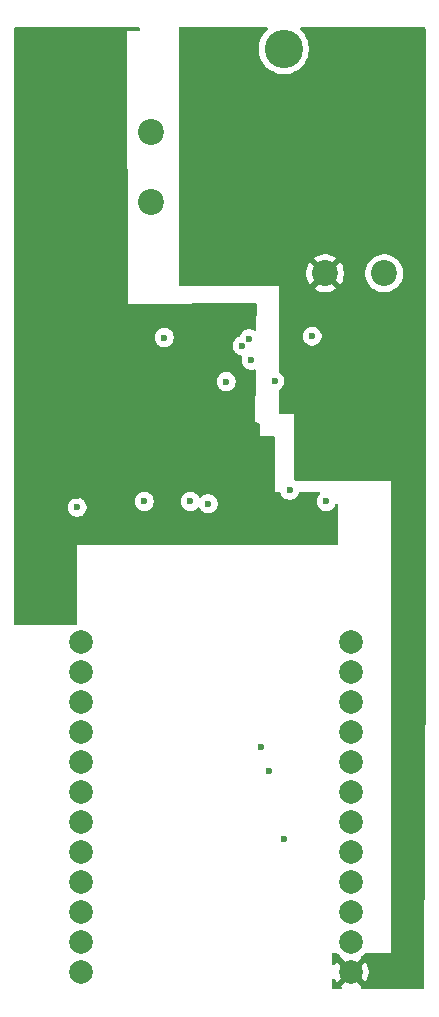
<source format=gbr>
%TF.GenerationSoftware,KiCad,Pcbnew,9.0.4*%
%TF.CreationDate,2025-08-31T21:44:58-07:00*%
%TF.ProjectId,motion-play-v4,6d6f7469-6f6e-42d7-906c-61792d76342e,rev?*%
%TF.SameCoordinates,Original*%
%TF.FileFunction,Copper,L3,Inr*%
%TF.FilePolarity,Positive*%
%FSLAX46Y46*%
G04 Gerber Fmt 4.6, Leading zero omitted, Abs format (unit mm)*
G04 Created by KiCad (PCBNEW 9.0.4) date 2025-08-31 21:44:58*
%MOMM*%
%LPD*%
G01*
G04 APERTURE LIST*
%TA.AperFunction,ComponentPad*%
%ADD10C,2.000000*%
%TD*%
%TA.AperFunction,WasherPad*%
%ADD11C,3.250000*%
%TD*%
%TA.AperFunction,ComponentPad*%
%ADD12C,2.200000*%
%TD*%
%TA.AperFunction,ViaPad*%
%ADD13C,0.600000*%
%TD*%
G04 APERTURE END LIST*
D10*
%TO.N,Net-(3V2-Pad1)*%
%TO.C,U2*%
X164700000Y-112100000D03*
%TO.N,Net-(U2-1)*%
X164700000Y-114640000D03*
%TO.N,Net-(J3-Pin_2)*%
X164700000Y-117180000D03*
%TO.N,Net-(U2-3)*%
X164700000Y-119720000D03*
%TO.N,Net-(U2-10)*%
X164700000Y-122260000D03*
%TO.N,Net-(J4-Pin_3)*%
X164700000Y-124800000D03*
%TO.N,Net-(J6-Pin_3)*%
X164700000Y-127340000D03*
%TO.N,Net-(J8-Pin_3)*%
X164700000Y-129880000D03*
%TO.N,unconnected-(U2-NC-Pad9)*%
X164700000Y-132420000D03*
%TO.N,unconnected-(U2-NC-Pad10)*%
X164700000Y-134960000D03*
%TO.N,/GND*%
X164700000Y-137500000D03*
%TO.N,/+5V*%
X164700000Y-140040000D03*
%TO.N,/GND*%
X141838136Y-112100000D03*
X141838136Y-114640000D03*
%TO.N,/SDA*%
X141838136Y-117180000D03*
%TO.N,/SCL*%
X141838136Y-119720000D03*
%TO.N,Net-(U2-18)*%
X141838136Y-122260000D03*
%TO.N,Net-(U2-17)*%
X141838136Y-124800000D03*
%TO.N,Net-(U2-21)*%
X141838136Y-127340000D03*
%TO.N,Net-(U2-16)*%
X141838136Y-129880000D03*
%TO.N,unconnected-(U2-NC-Pad21)*%
X141838136Y-132420000D03*
%TO.N,/GND*%
X141838136Y-134960000D03*
X141838136Y-137500000D03*
%TO.N,Net-(3V1-Pad1)*%
X141838136Y-140040000D03*
%TD*%
D11*
%TO.N,*%
%TO.C,J2*%
X158997500Y-61887500D03*
D12*
%TO.N,/GND*%
X167497500Y-80887500D03*
%TO.N,/+5V*%
X162497500Y-80887500D03*
%TO.N,N/C*%
X147747500Y-74887500D03*
X147747500Y-68887500D03*
%TD*%
D13*
%TO.N,/+3.3V*%
X144800000Y-83600000D03*
X146750000Y-102000000D03*
X156100000Y-93300000D03*
X144600000Y-90000000D03*
X156075000Y-89922500D03*
X144800000Y-95900000D03*
X144700000Y-71800000D03*
X144800000Y-65700000D03*
X144800000Y-77700000D03*
X141500000Y-99700000D03*
%TO.N,/GND*%
X147197500Y-100200000D03*
X154125001Y-90049173D03*
X152597500Y-100400000D03*
X151097500Y-100200000D03*
X148875000Y-86322500D03*
X161400000Y-86200000D03*
X159500000Y-99250000D03*
X156075000Y-86422500D03*
X155475000Y-87022500D03*
X162597500Y-100200000D03*
X141500000Y-100700000D03*
%TO.N,/+5V*%
X161397500Y-90200000D03*
X160497500Y-94900000D03*
%TO.N,Net-(J4-Pin_3)*%
X157100000Y-121000000D03*
%TO.N,Net-(J6-Pin_3)*%
X157750000Y-123000000D03*
%TO.N,Net-(J8-Pin_3)*%
X159000000Y-128750000D03*
%TO.N,Net-(U2-10)*%
X156250000Y-88250000D03*
X158250000Y-90000000D03*
%TD*%
%TA.AperFunction,Conductor*%
%TO.N,/+5V*%
G36*
X164234075Y-140232993D02*
G01*
X164299901Y-140347007D01*
X164392993Y-140440099D01*
X164507007Y-140505925D01*
X164570590Y-140522962D01*
X163830893Y-141262658D01*
X163848819Y-141275682D01*
X163891484Y-141331012D01*
X163897463Y-141400626D01*
X163864857Y-141462421D01*
X163804018Y-141496778D01*
X163775933Y-141500000D01*
X163224000Y-141500000D01*
X163156961Y-141480315D01*
X163111206Y-141427511D01*
X163100000Y-141376000D01*
X163100000Y-140720353D01*
X163119685Y-140653314D01*
X163172489Y-140607559D01*
X163241647Y-140597615D01*
X163305203Y-140626640D01*
X163334485Y-140664058D01*
X163417087Y-140826175D01*
X163477338Y-140909104D01*
X163477340Y-140909105D01*
X164217037Y-140169408D01*
X164234075Y-140232993D01*
G37*
%TD.AperFunction*%
%TA.AperFunction,Conductor*%
G36*
X157601755Y-60070185D02*
G01*
X157647510Y-60122989D01*
X157657454Y-60192147D01*
X157628429Y-60255703D01*
X157610201Y-60272877D01*
X157593051Y-60286035D01*
X157396039Y-60483047D01*
X157396033Y-60483054D01*
X157226425Y-60704093D01*
X157226414Y-60704109D01*
X157087109Y-60945390D01*
X157087104Y-60945401D01*
X156980484Y-61202804D01*
X156980481Y-61202814D01*
X156908369Y-61471943D01*
X156908366Y-61471956D01*
X156872001Y-61748177D01*
X156872000Y-61748193D01*
X156872000Y-62026806D01*
X156872001Y-62026822D01*
X156908366Y-62303043D01*
X156908367Y-62303048D01*
X156908368Y-62303054D01*
X156908369Y-62303056D01*
X156980481Y-62572185D01*
X156980484Y-62572195D01*
X157087104Y-62829598D01*
X157087109Y-62829609D01*
X157226414Y-63070890D01*
X157226425Y-63070906D01*
X157396033Y-63291945D01*
X157396039Y-63291952D01*
X157593047Y-63488960D01*
X157593053Y-63488965D01*
X157814102Y-63658581D01*
X157814109Y-63658585D01*
X158055390Y-63797890D01*
X158055395Y-63797892D01*
X158055398Y-63797894D01*
X158312814Y-63904519D01*
X158581946Y-63976632D01*
X158858187Y-64013000D01*
X158858194Y-64013000D01*
X159136806Y-64013000D01*
X159136813Y-64013000D01*
X159413054Y-63976632D01*
X159682186Y-63904519D01*
X159939602Y-63797894D01*
X160180898Y-63658581D01*
X160401947Y-63488965D01*
X160598965Y-63291947D01*
X160768581Y-63070898D01*
X160907894Y-62829602D01*
X161014519Y-62572186D01*
X161086632Y-62303054D01*
X161123000Y-62026813D01*
X161123000Y-61748187D01*
X161086632Y-61471946D01*
X161014519Y-61202814D01*
X160907894Y-60945398D01*
X160907892Y-60945395D01*
X160907890Y-60945390D01*
X160768585Y-60704109D01*
X160768581Y-60704102D01*
X160598965Y-60483053D01*
X160598960Y-60483047D01*
X160401948Y-60286035D01*
X160384799Y-60272877D01*
X160343595Y-60216450D01*
X160339440Y-60146704D01*
X160373651Y-60085783D01*
X160435368Y-60053029D01*
X160460284Y-60050500D01*
X170888000Y-60050500D01*
X170955039Y-60070185D01*
X171000794Y-60122989D01*
X171012000Y-60174500D01*
X171012000Y-111745131D01*
X171011999Y-111745598D01*
X170900465Y-141376467D01*
X170880528Y-141443432D01*
X170827553Y-141488987D01*
X170776466Y-141500000D01*
X165624066Y-141500000D01*
X165557027Y-141480315D01*
X165511272Y-141427511D01*
X165501328Y-141358353D01*
X165530353Y-141294797D01*
X165551180Y-141275682D01*
X165569104Y-141262658D01*
X165569105Y-141262658D01*
X164829408Y-140522962D01*
X164892993Y-140505925D01*
X165007007Y-140440099D01*
X165100099Y-140347007D01*
X165165925Y-140232993D01*
X165182962Y-140169408D01*
X165922658Y-140909105D01*
X165922658Y-140909104D01*
X165982914Y-140826169D01*
X165982918Y-140826163D01*
X166090102Y-140615802D01*
X166163065Y-140391247D01*
X166200000Y-140158052D01*
X166200000Y-139921947D01*
X166163065Y-139688752D01*
X166090102Y-139464197D01*
X165982914Y-139253828D01*
X165922658Y-139170894D01*
X165922658Y-139170893D01*
X165182962Y-139910590D01*
X165165925Y-139847007D01*
X165100099Y-139732993D01*
X165007007Y-139639901D01*
X164892993Y-139574075D01*
X164829409Y-139557037D01*
X165569105Y-138817340D01*
X165567551Y-138797594D01*
X165581915Y-138729216D01*
X165618284Y-138687547D01*
X165677510Y-138644517D01*
X165844517Y-138477510D01*
X165859447Y-138456961D01*
X165863695Y-138451115D01*
X165919025Y-138408449D01*
X165964013Y-138400000D01*
X168100000Y-138400000D01*
X168100000Y-98500000D01*
X160024000Y-98500000D01*
X159956961Y-98480315D01*
X159911206Y-98427511D01*
X159900000Y-98376000D01*
X159900000Y-92800000D01*
X158724000Y-92800000D01*
X158656961Y-92780315D01*
X158611206Y-92727511D01*
X158600000Y-92676000D01*
X158600000Y-90795170D01*
X158619685Y-90728131D01*
X158655110Y-90692068D01*
X158720477Y-90648390D01*
X158760289Y-90621789D01*
X158871789Y-90510289D01*
X158959394Y-90379179D01*
X159019737Y-90233497D01*
X159050500Y-90078842D01*
X159050500Y-89921158D01*
X159050500Y-89921155D01*
X159050499Y-89921153D01*
X159019738Y-89766510D01*
X159019737Y-89766503D01*
X158979762Y-89669994D01*
X158959397Y-89620827D01*
X158959390Y-89620814D01*
X158871789Y-89489711D01*
X158871786Y-89489707D01*
X158760292Y-89378213D01*
X158760284Y-89378207D01*
X158655110Y-89307932D01*
X158610304Y-89254320D01*
X158600000Y-89204830D01*
X158600000Y-86121153D01*
X160599500Y-86121153D01*
X160599500Y-86278846D01*
X160630261Y-86433489D01*
X160630264Y-86433501D01*
X160690602Y-86579172D01*
X160690609Y-86579185D01*
X160778210Y-86710288D01*
X160778213Y-86710292D01*
X160889707Y-86821786D01*
X160889711Y-86821789D01*
X161020814Y-86909390D01*
X161020827Y-86909397D01*
X161103542Y-86943658D01*
X161166503Y-86969737D01*
X161321153Y-87000499D01*
X161321156Y-87000500D01*
X161321158Y-87000500D01*
X161478844Y-87000500D01*
X161478845Y-87000499D01*
X161633497Y-86969737D01*
X161779179Y-86909394D01*
X161910289Y-86821789D01*
X162021789Y-86710289D01*
X162109394Y-86579179D01*
X162169737Y-86433497D01*
X162200500Y-86278842D01*
X162200500Y-86121158D01*
X162200500Y-86121155D01*
X162200499Y-86121153D01*
X162169738Y-85966510D01*
X162169737Y-85966503D01*
X162147249Y-85912211D01*
X162109397Y-85820827D01*
X162109390Y-85820814D01*
X162021789Y-85689711D01*
X162021786Y-85689707D01*
X161910292Y-85578213D01*
X161910288Y-85578210D01*
X161779185Y-85490609D01*
X161779172Y-85490602D01*
X161633501Y-85430264D01*
X161633489Y-85430261D01*
X161478845Y-85399500D01*
X161478842Y-85399500D01*
X161321158Y-85399500D01*
X161321155Y-85399500D01*
X161166510Y-85430261D01*
X161166498Y-85430264D01*
X161020827Y-85490602D01*
X161020814Y-85490609D01*
X160889711Y-85578210D01*
X160889707Y-85578213D01*
X160778213Y-85689707D01*
X160778210Y-85689711D01*
X160690609Y-85820814D01*
X160690602Y-85820827D01*
X160630264Y-85966498D01*
X160630261Y-85966510D01*
X160599500Y-86121153D01*
X158600000Y-86121153D01*
X158600000Y-82000000D01*
X150224000Y-82000000D01*
X150156961Y-81980315D01*
X150111206Y-81927511D01*
X150100000Y-81876000D01*
X150100000Y-80761571D01*
X160897500Y-80761571D01*
X160897500Y-81013428D01*
X160936897Y-81262169D01*
X161014719Y-81501684D01*
X161129057Y-81726083D01*
X161203248Y-81828197D01*
X161203248Y-81828198D01*
X161932887Y-81098559D01*
X161938389Y-81119091D01*
X162017381Y-81255908D01*
X162129092Y-81367619D01*
X162265909Y-81446611D01*
X162286440Y-81452112D01*
X161556800Y-82181750D01*
X161658916Y-82255942D01*
X161883315Y-82370280D01*
X162122830Y-82448102D01*
X162371572Y-82487500D01*
X162623428Y-82487500D01*
X162872169Y-82448102D01*
X163111684Y-82370280D01*
X163336075Y-82255946D01*
X163336081Y-82255942D01*
X163438197Y-82181750D01*
X163438198Y-82181750D01*
X162708559Y-81452112D01*
X162729091Y-81446611D01*
X162865908Y-81367619D01*
X162977619Y-81255908D01*
X163056611Y-81119091D01*
X163062112Y-81098560D01*
X163791750Y-81828198D01*
X163791750Y-81828197D01*
X163865942Y-81726081D01*
X163865946Y-81726075D01*
X163980280Y-81501684D01*
X164058102Y-81262169D01*
X164097500Y-81013428D01*
X164097500Y-80761571D01*
X164097495Y-80761538D01*
X165897000Y-80761538D01*
X165897000Y-81013461D01*
X165936410Y-81262285D01*
X166014260Y-81501883D01*
X166092913Y-81656247D01*
X166128495Y-81726081D01*
X166128632Y-81726348D01*
X166276701Y-81930149D01*
X166276705Y-81930154D01*
X166454845Y-82108294D01*
X166454850Y-82108298D01*
X166555949Y-82181750D01*
X166658655Y-82256370D01*
X166801684Y-82329247D01*
X166883116Y-82370739D01*
X166883118Y-82370739D01*
X166883121Y-82370741D01*
X167122715Y-82448590D01*
X167371538Y-82488000D01*
X167371539Y-82488000D01*
X167623461Y-82488000D01*
X167623462Y-82488000D01*
X167872285Y-82448590D01*
X168111879Y-82370741D01*
X168336345Y-82256370D01*
X168540156Y-82108293D01*
X168718293Y-81930156D01*
X168866370Y-81726345D01*
X168980741Y-81501879D01*
X169058590Y-81262285D01*
X169098000Y-81013462D01*
X169098000Y-80761538D01*
X169058590Y-80512715D01*
X168980741Y-80273121D01*
X168980739Y-80273118D01*
X168980739Y-80273116D01*
X168939247Y-80191684D01*
X168866370Y-80048655D01*
X168792368Y-79946800D01*
X168718298Y-79844850D01*
X168718294Y-79844845D01*
X168540154Y-79666705D01*
X168540149Y-79666701D01*
X168336348Y-79518632D01*
X168336347Y-79518631D01*
X168336345Y-79518630D01*
X168266247Y-79482913D01*
X168111883Y-79404260D01*
X167872285Y-79326410D01*
X167623462Y-79287000D01*
X167371538Y-79287000D01*
X167247126Y-79306705D01*
X167122714Y-79326410D01*
X166883116Y-79404260D01*
X166658651Y-79518632D01*
X166454850Y-79666701D01*
X166454845Y-79666705D01*
X166276705Y-79844845D01*
X166276701Y-79844850D01*
X166128632Y-80048651D01*
X166014260Y-80273116D01*
X165936410Y-80512714D01*
X165897000Y-80761538D01*
X164097495Y-80761538D01*
X164058102Y-80512830D01*
X163980280Y-80273315D01*
X163865942Y-80048916D01*
X163791750Y-79946801D01*
X163791750Y-79946800D01*
X163062112Y-80676439D01*
X163056611Y-80655909D01*
X162977619Y-80519092D01*
X162865908Y-80407381D01*
X162729091Y-80328389D01*
X162708558Y-80322887D01*
X163438198Y-79593248D01*
X163336083Y-79519057D01*
X163111684Y-79404719D01*
X162872169Y-79326897D01*
X162623428Y-79287500D01*
X162371572Y-79287500D01*
X162122830Y-79326897D01*
X161883315Y-79404719D01*
X161658913Y-79519059D01*
X161556801Y-79593247D01*
X161556800Y-79593248D01*
X162286440Y-80322887D01*
X162265909Y-80328389D01*
X162129092Y-80407381D01*
X162017381Y-80519092D01*
X161938389Y-80655909D01*
X161932887Y-80676440D01*
X161203248Y-79946800D01*
X161203247Y-79946801D01*
X161129059Y-80048913D01*
X161014719Y-80273315D01*
X160936897Y-80512830D01*
X160897500Y-80761571D01*
X150100000Y-80761571D01*
X150100000Y-60174500D01*
X150119685Y-60107461D01*
X150172489Y-60061706D01*
X150224000Y-60050500D01*
X157534716Y-60050500D01*
X157601755Y-60070185D01*
G37*
%TD.AperFunction*%
%TA.AperFunction,Conductor*%
G36*
X163503026Y-138419685D02*
G01*
X163536305Y-138451115D01*
X163555477Y-138477503D01*
X163555481Y-138477508D01*
X163555483Y-138477510D01*
X163722490Y-138644517D01*
X163781716Y-138687547D01*
X163824381Y-138742875D01*
X163832448Y-138797593D01*
X163830893Y-138817340D01*
X164570591Y-139557037D01*
X164507007Y-139574075D01*
X164392993Y-139639901D01*
X164299901Y-139732993D01*
X164234075Y-139847007D01*
X164217037Y-139910591D01*
X163477340Y-139170894D01*
X163417084Y-139253830D01*
X163334485Y-139415941D01*
X163286510Y-139466737D01*
X163218689Y-139483532D01*
X163152554Y-139460994D01*
X163109103Y-139406279D01*
X163100000Y-139359646D01*
X163100000Y-138524000D01*
X163102550Y-138515314D01*
X163101262Y-138506353D01*
X163112240Y-138482312D01*
X163119685Y-138456961D01*
X163126525Y-138451033D01*
X163130287Y-138442797D01*
X163152521Y-138428507D01*
X163172489Y-138411206D01*
X163183003Y-138408918D01*
X163189065Y-138405023D01*
X163224000Y-138400000D01*
X163435987Y-138400000D01*
X163503026Y-138419685D01*
G37*
%TD.AperFunction*%
%TD*%
%TA.AperFunction,Conductor*%
%TO.N,/+3.3V*%
G36*
X146743039Y-60070185D02*
G01*
X146788794Y-60122989D01*
X146800000Y-60174500D01*
X146800000Y-60276000D01*
X146780315Y-60343039D01*
X146727511Y-60388794D01*
X146676000Y-60400000D01*
X145700000Y-60400000D01*
X145799999Y-83500000D01*
X145799999Y-83499999D01*
X145800000Y-83500000D01*
X156573617Y-83401159D01*
X156640834Y-83420228D01*
X156687071Y-83472610D01*
X156698748Y-83526382D01*
X156677902Y-85631837D01*
X156657555Y-85698678D01*
X156604300Y-85743908D01*
X156535047Y-85753166D01*
X156485017Y-85733711D01*
X156454184Y-85713109D01*
X156454172Y-85713102D01*
X156308501Y-85652764D01*
X156308489Y-85652761D01*
X156153845Y-85622000D01*
X156153842Y-85622000D01*
X155996158Y-85622000D01*
X155996155Y-85622000D01*
X155841510Y-85652761D01*
X155841498Y-85652764D01*
X155695827Y-85713102D01*
X155695814Y-85713109D01*
X155564711Y-85800710D01*
X155564707Y-85800713D01*
X155453213Y-85912207D01*
X155453210Y-85912211D01*
X155365609Y-86043314D01*
X155365604Y-86043324D01*
X155306243Y-86186635D01*
X155262402Y-86241038D01*
X155239135Y-86253743D01*
X155095824Y-86313104D01*
X155095814Y-86313109D01*
X154964711Y-86400710D01*
X154964707Y-86400713D01*
X154853213Y-86512207D01*
X154853210Y-86512211D01*
X154765609Y-86643314D01*
X154765602Y-86643327D01*
X154705264Y-86788998D01*
X154705261Y-86789010D01*
X154674500Y-86943653D01*
X154674500Y-87101346D01*
X154705261Y-87255989D01*
X154705264Y-87256001D01*
X154765602Y-87401672D01*
X154765609Y-87401685D01*
X154853210Y-87532788D01*
X154853213Y-87532792D01*
X154964707Y-87644286D01*
X154964711Y-87644289D01*
X155095814Y-87731890D01*
X155095827Y-87731897D01*
X155241498Y-87792235D01*
X155241503Y-87792237D01*
X155300039Y-87803880D01*
X155399719Y-87823709D01*
X155461630Y-87856094D01*
X155496205Y-87916810D01*
X155492465Y-87986579D01*
X155490090Y-87992775D01*
X155480265Y-88016494D01*
X155480261Y-88016510D01*
X155449500Y-88171153D01*
X155449500Y-88328846D01*
X155480261Y-88483489D01*
X155480264Y-88483501D01*
X155540602Y-88629172D01*
X155540609Y-88629185D01*
X155628210Y-88760288D01*
X155628213Y-88760292D01*
X155739707Y-88871786D01*
X155739711Y-88871789D01*
X155870814Y-88959390D01*
X155870827Y-88959397D01*
X156016498Y-89019735D01*
X156016503Y-89019737D01*
X156171153Y-89050499D01*
X156171156Y-89050500D01*
X156171158Y-89050500D01*
X156328844Y-89050500D01*
X156328845Y-89050499D01*
X156374831Y-89041352D01*
X156489472Y-89018549D01*
X156489716Y-89019776D01*
X156553035Y-89019205D01*
X156612152Y-89056447D01*
X156641749Y-89119738D01*
X156643170Y-89139721D01*
X156599999Y-93499998D01*
X156600000Y-93499999D01*
X156600000Y-93500000D01*
X156906075Y-93576518D01*
X156966338Y-93611875D01*
X156997920Y-93674199D01*
X157000000Y-93696816D01*
X157000000Y-94700000D01*
X158176000Y-94700000D01*
X158243039Y-94719685D01*
X158288794Y-94772489D01*
X158300000Y-94824000D01*
X158300000Y-99400000D01*
X158612970Y-99400000D01*
X158680009Y-99419685D01*
X158725764Y-99472489D01*
X158727816Y-99477917D01*
X158727932Y-99477870D01*
X158790602Y-99629172D01*
X158790609Y-99629185D01*
X158878210Y-99760288D01*
X158878213Y-99760292D01*
X158989707Y-99871786D01*
X158989711Y-99871789D01*
X159120814Y-99959390D01*
X159120827Y-99959397D01*
X159266498Y-100019735D01*
X159266503Y-100019737D01*
X159421153Y-100050499D01*
X159421156Y-100050500D01*
X159421158Y-100050500D01*
X159578844Y-100050500D01*
X159578845Y-100050499D01*
X159733497Y-100019737D01*
X159846166Y-99973067D01*
X159879172Y-99959397D01*
X159879172Y-99959396D01*
X159879179Y-99959394D01*
X160010289Y-99871789D01*
X160121789Y-99760289D01*
X160209394Y-99629179D01*
X160230505Y-99578213D01*
X160272068Y-99477870D01*
X160274383Y-99478829D01*
X160306665Y-99429567D01*
X160370477Y-99401110D01*
X160387030Y-99400000D01*
X161966059Y-99400000D01*
X162033098Y-99419685D01*
X162078853Y-99472489D01*
X162088797Y-99541647D01*
X162059772Y-99605203D01*
X162053740Y-99611681D01*
X161975713Y-99689707D01*
X161975710Y-99689711D01*
X161888109Y-99820814D01*
X161888102Y-99820827D01*
X161827764Y-99966498D01*
X161827761Y-99966510D01*
X161797000Y-100121153D01*
X161797000Y-100278846D01*
X161827761Y-100433489D01*
X161827764Y-100433501D01*
X161888102Y-100579172D01*
X161888109Y-100579185D01*
X161975710Y-100710288D01*
X161975713Y-100710292D01*
X162087207Y-100821786D01*
X162087211Y-100821789D01*
X162218314Y-100909390D01*
X162218327Y-100909397D01*
X162363998Y-100969735D01*
X162364003Y-100969737D01*
X162518653Y-101000499D01*
X162518656Y-101000500D01*
X162518658Y-101000500D01*
X162676344Y-101000500D01*
X162676345Y-101000499D01*
X162830997Y-100969737D01*
X162976679Y-100909394D01*
X163107789Y-100821789D01*
X163219289Y-100710289D01*
X163306894Y-100579179D01*
X163361439Y-100447495D01*
X163405279Y-100393091D01*
X163471573Y-100371026D01*
X163539273Y-100388305D01*
X163586884Y-100439442D01*
X163600000Y-100494947D01*
X163600000Y-103776000D01*
X163580315Y-103843039D01*
X163527511Y-103888794D01*
X163476000Y-103900000D01*
X141500000Y-103900000D01*
X141500000Y-110542056D01*
X141493037Y-110565767D01*
X141490220Y-110590325D01*
X141483364Y-110598708D01*
X141480315Y-110609095D01*
X141461640Y-110625276D01*
X141445992Y-110644414D01*
X141431110Y-110651730D01*
X141427511Y-110654850D01*
X141414319Y-110659987D01*
X141376153Y-110672387D01*
X141309850Y-110693931D01*
X141271533Y-110700000D01*
X136287000Y-110700000D01*
X136219961Y-110680315D01*
X136174206Y-110627511D01*
X136163000Y-110576000D01*
X136163000Y-100621153D01*
X140699500Y-100621153D01*
X140699500Y-100778846D01*
X140730261Y-100933489D01*
X140730264Y-100933501D01*
X140790602Y-101079172D01*
X140790609Y-101079185D01*
X140878210Y-101210288D01*
X140878213Y-101210292D01*
X140989707Y-101321786D01*
X140989711Y-101321789D01*
X141120814Y-101409390D01*
X141120827Y-101409397D01*
X141266498Y-101469735D01*
X141266503Y-101469737D01*
X141421153Y-101500499D01*
X141421156Y-101500500D01*
X141421158Y-101500500D01*
X141578844Y-101500500D01*
X141578845Y-101500499D01*
X141733497Y-101469737D01*
X141879179Y-101409394D01*
X142010289Y-101321789D01*
X142121789Y-101210289D01*
X142209394Y-101079179D01*
X142269737Y-100933497D01*
X142300500Y-100778842D01*
X142300500Y-100621158D01*
X142300500Y-100621155D01*
X142300499Y-100621153D01*
X142292148Y-100579172D01*
X142269737Y-100466503D01*
X142237347Y-100388305D01*
X142209397Y-100320827D01*
X142209390Y-100320814D01*
X142121790Y-100189712D01*
X142121784Y-100189705D01*
X142053232Y-100121153D01*
X146397000Y-100121153D01*
X146397000Y-100278846D01*
X146427761Y-100433489D01*
X146427764Y-100433501D01*
X146488102Y-100579172D01*
X146488109Y-100579185D01*
X146575710Y-100710288D01*
X146575713Y-100710292D01*
X146687207Y-100821786D01*
X146687211Y-100821789D01*
X146818314Y-100909390D01*
X146818327Y-100909397D01*
X146963998Y-100969735D01*
X146964003Y-100969737D01*
X147118653Y-101000499D01*
X147118656Y-101000500D01*
X147118658Y-101000500D01*
X147276344Y-101000500D01*
X147276345Y-101000499D01*
X147430997Y-100969737D01*
X147576679Y-100909394D01*
X147707789Y-100821789D01*
X147819289Y-100710289D01*
X147906894Y-100579179D01*
X147967237Y-100433497D01*
X147998000Y-100278842D01*
X147998000Y-100121158D01*
X147998000Y-100121155D01*
X147997999Y-100121153D01*
X150297000Y-100121153D01*
X150297000Y-100278846D01*
X150327761Y-100433489D01*
X150327764Y-100433501D01*
X150388102Y-100579172D01*
X150388109Y-100579185D01*
X150475710Y-100710288D01*
X150475713Y-100710292D01*
X150587207Y-100821786D01*
X150587211Y-100821789D01*
X150718314Y-100909390D01*
X150718327Y-100909397D01*
X150863998Y-100969735D01*
X150864003Y-100969737D01*
X151018653Y-101000499D01*
X151018656Y-101000500D01*
X151018658Y-101000500D01*
X151176344Y-101000500D01*
X151176345Y-101000499D01*
X151330997Y-100969737D01*
X151476679Y-100909394D01*
X151607789Y-100821789D01*
X151687260Y-100742317D01*
X151748581Y-100708834D01*
X151818273Y-100713818D01*
X151874207Y-100755689D01*
X151884690Y-100774100D01*
X151885236Y-100773809D01*
X151888109Y-100779185D01*
X151975710Y-100910288D01*
X151975713Y-100910292D01*
X152087207Y-101021786D01*
X152087211Y-101021789D01*
X152218314Y-101109390D01*
X152218327Y-101109397D01*
X152363998Y-101169735D01*
X152364003Y-101169737D01*
X152518653Y-101200499D01*
X152518656Y-101200500D01*
X152518658Y-101200500D01*
X152676344Y-101200500D01*
X152676345Y-101200499D01*
X152830997Y-101169737D01*
X152976679Y-101109394D01*
X153107789Y-101021789D01*
X153219289Y-100910289D01*
X153306894Y-100779179D01*
X153367237Y-100633497D01*
X153398000Y-100478842D01*
X153398000Y-100321158D01*
X153398000Y-100321155D01*
X153397999Y-100321153D01*
X153397932Y-100320814D01*
X153367237Y-100166503D01*
X153348455Y-100121158D01*
X153306897Y-100020827D01*
X153306890Y-100020814D01*
X153219289Y-99889711D01*
X153219286Y-99889707D01*
X153107792Y-99778213D01*
X153107788Y-99778210D01*
X152976685Y-99690609D01*
X152976672Y-99690602D01*
X152831001Y-99630264D01*
X152830989Y-99630261D01*
X152676345Y-99599500D01*
X152676342Y-99599500D01*
X152518658Y-99599500D01*
X152518655Y-99599500D01*
X152364010Y-99630261D01*
X152363998Y-99630264D01*
X152218327Y-99690602D01*
X152218314Y-99690609D01*
X152087211Y-99778210D01*
X152007740Y-99857681D01*
X151946416Y-99891165D01*
X151876725Y-99886181D01*
X151820791Y-99844309D01*
X151810310Y-99825898D01*
X151809764Y-99826191D01*
X151806890Y-99820814D01*
X151719289Y-99689711D01*
X151719286Y-99689707D01*
X151607792Y-99578213D01*
X151607788Y-99578210D01*
X151476685Y-99490609D01*
X151476672Y-99490602D01*
X151331001Y-99430264D01*
X151330989Y-99430261D01*
X151176345Y-99399500D01*
X151176342Y-99399500D01*
X151018658Y-99399500D01*
X151018655Y-99399500D01*
X150864010Y-99430261D01*
X150863998Y-99430264D01*
X150718327Y-99490602D01*
X150718314Y-99490609D01*
X150587211Y-99578210D01*
X150587207Y-99578213D01*
X150475713Y-99689707D01*
X150475710Y-99689711D01*
X150388109Y-99820814D01*
X150388102Y-99820827D01*
X150327764Y-99966498D01*
X150327761Y-99966510D01*
X150297000Y-100121153D01*
X147997999Y-100121153D01*
X147983945Y-100050499D01*
X147967237Y-99966503D01*
X147964291Y-99959390D01*
X147906897Y-99820827D01*
X147906890Y-99820814D01*
X147819289Y-99689711D01*
X147819286Y-99689707D01*
X147707792Y-99578213D01*
X147707788Y-99578210D01*
X147576685Y-99490609D01*
X147576672Y-99490602D01*
X147431001Y-99430264D01*
X147430989Y-99430261D01*
X147276345Y-99399500D01*
X147276342Y-99399500D01*
X147118658Y-99399500D01*
X147118655Y-99399500D01*
X146964010Y-99430261D01*
X146963998Y-99430264D01*
X146818327Y-99490602D01*
X146818314Y-99490609D01*
X146687211Y-99578210D01*
X146687207Y-99578213D01*
X146575713Y-99689707D01*
X146575710Y-99689711D01*
X146488109Y-99820814D01*
X146488102Y-99820827D01*
X146427764Y-99966498D01*
X146427761Y-99966510D01*
X146397000Y-100121153D01*
X142053232Y-100121153D01*
X142010292Y-100078213D01*
X142010288Y-100078210D01*
X141879185Y-99990609D01*
X141879172Y-99990602D01*
X141733501Y-99930264D01*
X141733489Y-99930261D01*
X141578845Y-99899500D01*
X141578842Y-99899500D01*
X141421158Y-99899500D01*
X141421155Y-99899500D01*
X141266510Y-99930261D01*
X141266498Y-99930264D01*
X141120827Y-99990602D01*
X141120814Y-99990609D01*
X140989711Y-100078210D01*
X140989707Y-100078213D01*
X140878213Y-100189707D01*
X140878210Y-100189711D01*
X140790609Y-100320814D01*
X140790602Y-100320827D01*
X140730264Y-100466498D01*
X140730261Y-100466510D01*
X140699500Y-100621153D01*
X136163000Y-100621153D01*
X136163000Y-89970326D01*
X153324501Y-89970326D01*
X153324501Y-90128019D01*
X153355262Y-90282662D01*
X153355265Y-90282674D01*
X153415603Y-90428345D01*
X153415610Y-90428358D01*
X153503211Y-90559461D01*
X153503214Y-90559465D01*
X153614708Y-90670959D01*
X153614712Y-90670962D01*
X153745815Y-90758563D01*
X153745828Y-90758570D01*
X153891499Y-90818908D01*
X153891504Y-90818910D01*
X154046154Y-90849672D01*
X154046157Y-90849673D01*
X154046159Y-90849673D01*
X154203845Y-90849673D01*
X154203846Y-90849672D01*
X154358498Y-90818910D01*
X154504180Y-90758567D01*
X154635290Y-90670962D01*
X154746790Y-90559462D01*
X154834395Y-90428352D01*
X154894738Y-90282670D01*
X154925501Y-90128015D01*
X154925501Y-89970331D01*
X154925501Y-89970328D01*
X154925500Y-89970326D01*
X154894739Y-89815683D01*
X154894738Y-89815676D01*
X154842562Y-89689711D01*
X154834398Y-89670000D01*
X154834391Y-89669987D01*
X154746790Y-89538884D01*
X154746787Y-89538880D01*
X154635293Y-89427386D01*
X154635289Y-89427383D01*
X154504186Y-89339782D01*
X154504173Y-89339775D01*
X154358502Y-89279437D01*
X154358490Y-89279434D01*
X154203846Y-89248673D01*
X154203843Y-89248673D01*
X154046159Y-89248673D01*
X154046156Y-89248673D01*
X153891511Y-89279434D01*
X153891499Y-89279437D01*
X153745828Y-89339775D01*
X153745815Y-89339782D01*
X153614712Y-89427383D01*
X153614708Y-89427386D01*
X153503214Y-89538880D01*
X153503211Y-89538884D01*
X153415610Y-89669987D01*
X153415603Y-89670000D01*
X153355265Y-89815671D01*
X153355262Y-89815683D01*
X153324501Y-89970326D01*
X136163000Y-89970326D01*
X136163000Y-86243653D01*
X148074500Y-86243653D01*
X148074500Y-86401346D01*
X148105261Y-86555989D01*
X148105264Y-86556001D01*
X148165602Y-86701672D01*
X148165609Y-86701685D01*
X148253210Y-86832788D01*
X148253213Y-86832792D01*
X148364707Y-86944286D01*
X148364711Y-86944289D01*
X148495814Y-87031890D01*
X148495827Y-87031897D01*
X148641498Y-87092235D01*
X148641503Y-87092237D01*
X148796153Y-87122999D01*
X148796156Y-87123000D01*
X148796158Y-87123000D01*
X148953844Y-87123000D01*
X148953845Y-87122999D01*
X149108497Y-87092237D01*
X149254179Y-87031894D01*
X149385289Y-86944289D01*
X149496789Y-86832789D01*
X149584394Y-86701679D01*
X149644737Y-86555997D01*
X149675500Y-86401342D01*
X149675500Y-86243658D01*
X149675500Y-86243655D01*
X149675499Y-86243653D01*
X149644738Y-86089010D01*
X149644737Y-86089003D01*
X149625812Y-86043314D01*
X149584397Y-85943327D01*
X149584390Y-85943314D01*
X149496789Y-85812211D01*
X149496786Y-85812207D01*
X149385292Y-85700713D01*
X149385288Y-85700710D01*
X149254185Y-85613109D01*
X149254172Y-85613102D01*
X149108501Y-85552764D01*
X149108489Y-85552761D01*
X148953845Y-85522000D01*
X148953842Y-85522000D01*
X148796158Y-85522000D01*
X148796155Y-85522000D01*
X148641510Y-85552761D01*
X148641498Y-85552764D01*
X148495827Y-85613102D01*
X148495814Y-85613109D01*
X148364711Y-85700710D01*
X148364707Y-85700713D01*
X148253213Y-85812207D01*
X148253210Y-85812211D01*
X148165609Y-85943314D01*
X148165602Y-85943327D01*
X148105264Y-86088998D01*
X148105261Y-86089010D01*
X148074500Y-86243653D01*
X136163000Y-86243653D01*
X136163000Y-60174500D01*
X136182685Y-60107461D01*
X136235489Y-60061706D01*
X136287000Y-60050500D01*
X146676000Y-60050500D01*
X146743039Y-60070185D01*
G37*
%TD.AperFunction*%
%TD*%
M02*

</source>
